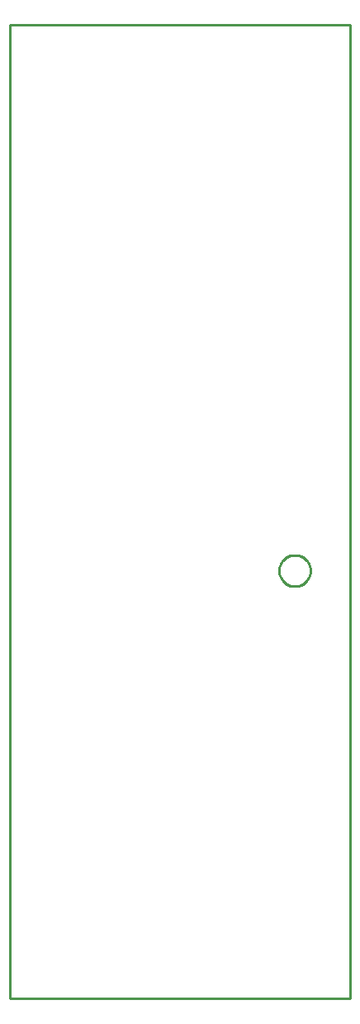
<source format=gbr>
G04 EAGLE Gerber RS-274X export*
G75*
%MOMM*%
%FSLAX34Y34*%
%LPD*%
%IN*%
%IPPOS*%
%AMOC8*
5,1,8,0,0,1.08239X$1,22.5*%
G01*
%ADD10C,0.254000*%


D10*
X0Y0D02*
X349250Y0D01*
X349250Y996950D01*
X0Y996950D01*
X0Y0D01*
X308100Y437626D02*
X308032Y436581D01*
X307895Y435542D01*
X307690Y434515D01*
X307419Y433503D01*
X307083Y432511D01*
X306682Y431543D01*
X306218Y430604D01*
X305695Y429696D01*
X305113Y428825D01*
X304475Y427994D01*
X303784Y427207D01*
X303043Y426466D01*
X302256Y425775D01*
X301425Y425138D01*
X300554Y424556D01*
X299646Y424032D01*
X298707Y423568D01*
X297739Y423167D01*
X296747Y422831D01*
X295735Y422560D01*
X294708Y422355D01*
X293669Y422219D01*
X292624Y422150D01*
X291576Y422150D01*
X290531Y422219D01*
X289492Y422355D01*
X288465Y422560D01*
X287453Y422831D01*
X286461Y423167D01*
X285493Y423568D01*
X284554Y424032D01*
X283646Y424556D01*
X282775Y425138D01*
X281944Y425775D01*
X281157Y426466D01*
X280416Y427207D01*
X279725Y427994D01*
X279088Y428825D01*
X278506Y429696D01*
X277982Y430604D01*
X277518Y431543D01*
X277117Y432511D01*
X276781Y433503D01*
X276510Y434515D01*
X276305Y435542D01*
X276169Y436581D01*
X276100Y437626D01*
X276100Y438674D01*
X276169Y439719D01*
X276305Y440758D01*
X276510Y441785D01*
X276781Y442797D01*
X277117Y443789D01*
X277518Y444757D01*
X277982Y445696D01*
X278506Y446604D01*
X279088Y447475D01*
X279725Y448306D01*
X280416Y449093D01*
X281157Y449834D01*
X281944Y450525D01*
X282775Y451163D01*
X283646Y451745D01*
X284554Y452268D01*
X285493Y452732D01*
X286461Y453133D01*
X287453Y453469D01*
X288465Y453740D01*
X289492Y453945D01*
X290531Y454082D01*
X291576Y454150D01*
X292624Y454150D01*
X293669Y454082D01*
X294708Y453945D01*
X295735Y453740D01*
X296747Y453469D01*
X297739Y453133D01*
X298707Y452732D01*
X299646Y452268D01*
X300554Y451745D01*
X301425Y451163D01*
X302256Y450525D01*
X303043Y449834D01*
X303784Y449093D01*
X304475Y448306D01*
X305113Y447475D01*
X305695Y446604D01*
X306218Y445696D01*
X306682Y444757D01*
X307083Y443789D01*
X307419Y442797D01*
X307690Y441785D01*
X307895Y440758D01*
X308032Y439719D01*
X308100Y438674D01*
X308100Y437626D01*
M02*

</source>
